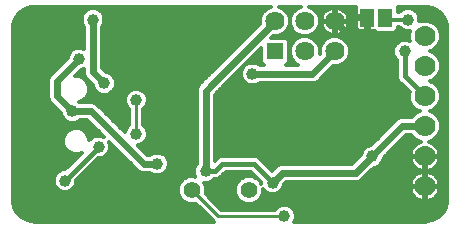
<source format=gbl>
G75*
G70*
%OFA0B0*%
%FSLAX24Y24*%
%IPPOS*%
%LPD*%
%AMOC8*
5,1,8,0,0,1.08239X$1,22.5*
%
%ADD10C,0.0560*%
%ADD11R,0.0460X0.0630*%
%ADD12C,0.0700*%
%ADD13R,0.0560X0.0560*%
%ADD14C,0.0640*%
%ADD15C,0.0397*%
%ADD16C,0.0240*%
%ADD17C,0.0160*%
%ADD18C,0.0100*%
%ADD19C,0.0120*%
D10*
X006903Y001538D03*
X008803Y001538D03*
D11*
X012740Y007288D03*
X013340Y007288D03*
D12*
X014665Y006663D03*
X014665Y005663D03*
X014665Y004663D03*
X014665Y003663D03*
X014665Y002663D03*
X014665Y001663D03*
D13*
X009665Y006163D03*
D14*
X010665Y006163D03*
X011665Y006163D03*
X011665Y007163D03*
X010665Y007163D03*
X009665Y007163D03*
D15*
X005728Y006538D03*
X004853Y007163D03*
X003603Y007226D03*
X003140Y005913D03*
X003978Y005101D03*
X005040Y004538D03*
X002915Y004163D03*
X005040Y003413D03*
X003790Y002976D03*
X005740Y002413D03*
X007353Y002163D03*
X008353Y001976D03*
X009590Y001788D03*
X007853Y001163D03*
X006228Y001288D03*
X002665Y001851D03*
X001290Y003101D03*
X008915Y005413D03*
X013990Y006163D03*
X014103Y007226D03*
X010353Y002913D03*
X012915Y002663D03*
X009978Y000663D03*
D16*
X009590Y001788D02*
X009903Y002101D01*
X012353Y002101D01*
X012915Y002663D01*
X013915Y003663D01*
X014665Y003663D01*
X011665Y006163D02*
X010915Y005413D01*
X008915Y005413D01*
X007353Y004851D02*
X009665Y007163D01*
X011665Y007163D02*
X011978Y006851D01*
X007353Y004851D02*
X007353Y002163D01*
X005740Y002413D02*
X005290Y002413D01*
X003540Y004163D01*
X002915Y004163D01*
X002415Y004663D01*
X002415Y005188D01*
X003140Y005913D01*
X003603Y005476D02*
X003978Y005101D01*
X003603Y005476D02*
X003603Y007226D01*
D17*
X013990Y006163D02*
X013990Y005338D01*
X014665Y004663D01*
X009590Y001788D02*
X008965Y002413D01*
X007915Y002413D01*
X007665Y002163D01*
X007353Y002163D01*
X007915Y002413D02*
X007915Y002413D01*
X003790Y002976D02*
X002665Y001851D01*
D18*
X006903Y001538D02*
X007778Y000663D01*
X009978Y000663D01*
X007353Y001726D02*
X007353Y001726D01*
X005040Y003413D02*
X005040Y004538D01*
X011665Y007163D02*
X011728Y007101D01*
D19*
X001549Y000495D02*
X001329Y000566D01*
X001142Y000703D01*
X001006Y000890D01*
X000934Y001110D01*
X000925Y001226D01*
X000925Y006913D01*
X000934Y007029D01*
X001006Y007249D01*
X001142Y007436D01*
X001329Y007573D01*
X001549Y007644D01*
X001665Y007653D01*
X001709Y007653D01*
X001717Y007653D01*
X009542Y007653D01*
X009382Y007587D01*
X009241Y007446D01*
X009165Y007263D01*
X009165Y007087D01*
X007183Y005105D01*
X007183Y005105D01*
X007098Y005021D01*
X007053Y004910D01*
X007053Y002398D01*
X007032Y002378D01*
X006974Y002239D01*
X006974Y002088D01*
X007015Y001990D01*
X006994Y001998D01*
X006811Y001998D01*
X006642Y001928D01*
X006513Y001799D01*
X006443Y001630D01*
X006443Y001447D01*
X006513Y001278D01*
X006642Y001148D01*
X006811Y001078D01*
X006994Y001078D01*
X007025Y001091D01*
X007588Y000528D01*
X007630Y000486D01*
X001717Y000486D01*
X001707Y000486D01*
X001665Y000486D01*
X001549Y000495D01*
X001436Y000532D02*
X007584Y000532D01*
X007465Y000650D02*
X001214Y000650D01*
X001094Y000769D02*
X007347Y000769D01*
X007228Y000887D02*
X001008Y000887D01*
X000968Y001006D02*
X007110Y001006D01*
X006699Y001124D02*
X000933Y001124D01*
X000925Y001243D02*
X006547Y001243D01*
X006478Y001362D02*
X000925Y001362D01*
X000925Y001480D02*
X002571Y001480D01*
X002590Y001472D02*
X002740Y001472D01*
X002880Y001530D01*
X002986Y001636D01*
X003044Y001775D01*
X003044Y001861D01*
X003779Y002597D01*
X003866Y002597D01*
X004005Y002655D01*
X004111Y002761D01*
X004169Y002900D01*
X004169Y003051D01*
X004126Y003153D01*
X005120Y002159D01*
X005230Y002113D01*
X005350Y002113D01*
X005505Y002113D01*
X005526Y002092D01*
X005665Y002035D01*
X005815Y002035D01*
X005955Y002092D01*
X006061Y002199D01*
X006119Y002338D01*
X006119Y002489D01*
X006061Y002628D01*
X005955Y002734D01*
X005815Y002792D01*
X005665Y002792D01*
X005526Y002734D01*
X005505Y002713D01*
X005414Y002713D01*
X005093Y003035D01*
X005115Y003035D01*
X005255Y003092D01*
X005361Y003199D01*
X005419Y003338D01*
X005419Y003489D01*
X005361Y003628D01*
X005270Y003718D01*
X005270Y004233D01*
X005361Y004324D01*
X005419Y004463D01*
X005419Y004614D01*
X005361Y004753D01*
X005255Y004859D01*
X005115Y004917D01*
X004965Y004917D01*
X004826Y004859D01*
X004719Y004753D01*
X004662Y004614D01*
X004662Y004463D01*
X004719Y004324D01*
X004810Y004233D01*
X004810Y003718D01*
X004719Y003628D01*
X004662Y003489D01*
X004662Y003466D01*
X003794Y004333D01*
X003710Y004418D01*
X003600Y004463D01*
X003150Y004463D01*
X003141Y004473D01*
X003288Y004534D01*
X003411Y004657D01*
X003477Y004817D01*
X003477Y004991D01*
X003411Y005152D01*
X003288Y005275D01*
X003127Y005341D01*
X002993Y005341D01*
X003186Y005535D01*
X003215Y005535D01*
X003303Y005571D01*
X003303Y005535D01*
X003303Y005416D01*
X003348Y005306D01*
X003433Y005221D01*
X003599Y005055D01*
X003599Y005025D01*
X003657Y004886D01*
X003763Y004780D01*
X003902Y004722D01*
X004053Y004722D01*
X004192Y004780D01*
X004299Y004886D01*
X004356Y005025D01*
X004356Y005176D01*
X004299Y005315D01*
X004192Y005421D01*
X004053Y005479D01*
X004024Y005479D01*
X003903Y005600D01*
X003903Y006991D01*
X003924Y007011D01*
X003981Y007150D01*
X003981Y007301D01*
X003924Y007440D01*
X003817Y007547D01*
X003678Y007604D01*
X003527Y007604D01*
X003388Y007547D01*
X003282Y007440D01*
X003224Y007301D01*
X003224Y007150D01*
X003282Y007011D01*
X003303Y006991D01*
X003303Y006255D01*
X003215Y006292D01*
X003065Y006292D01*
X002926Y006234D01*
X002819Y006128D01*
X002762Y005989D01*
X002762Y005959D01*
X002161Y005358D01*
X002115Y005248D01*
X002115Y005129D01*
X002115Y004604D01*
X002161Y004493D01*
X002245Y004409D01*
X002537Y004117D01*
X002537Y004088D01*
X000925Y004088D01*
X000925Y003970D02*
X002586Y003970D01*
X002594Y003949D02*
X002701Y003842D01*
X002840Y003785D01*
X002990Y003785D01*
X003130Y003842D01*
X003150Y003863D01*
X003416Y003863D01*
X003967Y003312D01*
X003866Y003354D01*
X003715Y003354D01*
X003576Y003297D01*
X003477Y003198D01*
X003477Y003259D01*
X003411Y003420D01*
X003288Y003543D01*
X003127Y003609D01*
X002953Y003609D01*
X002793Y003543D01*
X002670Y003420D01*
X002603Y003259D01*
X002603Y003085D01*
X002670Y002924D01*
X002793Y002801D01*
X002953Y002735D01*
X003127Y002735D01*
X003220Y002774D01*
X002676Y002229D01*
X002590Y002229D01*
X002451Y002171D01*
X002344Y002065D01*
X002287Y001926D01*
X002287Y001775D01*
X002344Y001636D01*
X002451Y001530D01*
X002590Y001472D01*
X002759Y001480D02*
X006443Y001480D01*
X006443Y001599D02*
X002948Y001599D01*
X003019Y001717D02*
X006479Y001717D01*
X006550Y001836D02*
X003044Y001836D01*
X003136Y001954D02*
X006705Y001954D01*
X006981Y002073D02*
X005907Y002073D01*
X006054Y002191D02*
X006974Y002191D01*
X007004Y002310D02*
X006107Y002310D01*
X006119Y002428D02*
X007053Y002428D01*
X007053Y002547D02*
X006094Y002547D01*
X006023Y002666D02*
X007053Y002666D01*
X007053Y002784D02*
X005834Y002784D01*
X005647Y002784D02*
X005344Y002784D01*
X005225Y002903D02*
X007053Y002903D01*
X007053Y003021D02*
X005106Y003021D01*
X005302Y003140D02*
X007053Y003140D01*
X007053Y003258D02*
X005386Y003258D01*
X005419Y003377D02*
X007053Y003377D01*
X007053Y003495D02*
X005416Y003495D01*
X005367Y003614D02*
X007053Y003614D01*
X007053Y003732D02*
X005270Y003732D01*
X005270Y003851D02*
X007053Y003851D01*
X007053Y003970D02*
X005270Y003970D01*
X005270Y004088D02*
X007053Y004088D01*
X007053Y004207D02*
X005270Y004207D01*
X005361Y004325D02*
X007053Y004325D01*
X007053Y004444D02*
X005411Y004444D01*
X005419Y004562D02*
X007053Y004562D01*
X007053Y004681D02*
X005391Y004681D01*
X005314Y004799D02*
X007053Y004799D01*
X007056Y004918D02*
X004312Y004918D01*
X004356Y005036D02*
X007114Y005036D01*
X007233Y005155D02*
X004356Y005155D01*
X004316Y005274D02*
X007351Y005274D01*
X007470Y005392D02*
X004221Y005392D01*
X003992Y005511D02*
X007588Y005511D01*
X007707Y005629D02*
X003903Y005629D01*
X003903Y005748D02*
X007825Y005748D01*
X007944Y005866D02*
X003903Y005866D01*
X003903Y005985D02*
X008063Y005985D01*
X008181Y006103D02*
X003903Y006103D01*
X003903Y006222D02*
X008300Y006222D01*
X008418Y006340D02*
X003903Y006340D01*
X003903Y006459D02*
X008537Y006459D01*
X008655Y006577D02*
X003903Y006577D01*
X003903Y006696D02*
X008774Y006696D01*
X008892Y006815D02*
X003903Y006815D01*
X003903Y006933D02*
X009011Y006933D01*
X009129Y007052D02*
X003940Y007052D01*
X003981Y007170D02*
X009165Y007170D01*
X009176Y007289D02*
X003981Y007289D01*
X003937Y007407D02*
X009225Y007407D01*
X009321Y007526D02*
X003838Y007526D01*
X003368Y007526D02*
X001265Y007526D01*
X001121Y007407D02*
X003268Y007407D01*
X003224Y007289D02*
X001035Y007289D01*
X000980Y007170D02*
X003224Y007170D01*
X003265Y007052D02*
X000942Y007052D01*
X000927Y006933D02*
X003303Y006933D01*
X003303Y006815D02*
X000925Y006815D01*
X000925Y006696D02*
X003303Y006696D01*
X003303Y006577D02*
X000925Y006577D01*
X000925Y006459D02*
X003303Y006459D01*
X003303Y006340D02*
X000925Y006340D01*
X000925Y006222D02*
X002914Y006222D01*
X002809Y006103D02*
X000925Y006103D01*
X000925Y005985D02*
X002762Y005985D01*
X002669Y005866D02*
X000925Y005866D01*
X000925Y005748D02*
X002550Y005748D01*
X002432Y005629D02*
X000925Y005629D01*
X000925Y005511D02*
X002313Y005511D01*
X002195Y005392D02*
X000925Y005392D01*
X000925Y005274D02*
X002126Y005274D01*
X002115Y005155D02*
X000925Y005155D01*
X000925Y005036D02*
X002115Y005036D01*
X002115Y004918D02*
X000925Y004918D01*
X000925Y004799D02*
X002115Y004799D01*
X002115Y004681D02*
X000925Y004681D01*
X000925Y004562D02*
X002132Y004562D01*
X002210Y004444D02*
X000925Y004444D01*
X000925Y004325D02*
X002329Y004325D01*
X002448Y004207D02*
X000925Y004207D01*
X000925Y003851D02*
X002692Y003851D01*
X002594Y003949D02*
X002537Y004088D01*
X003138Y003851D02*
X003428Y003851D01*
X003547Y003732D02*
X000925Y003732D01*
X000925Y003614D02*
X003665Y003614D01*
X003784Y003495D02*
X003335Y003495D01*
X003429Y003377D02*
X003902Y003377D01*
X003538Y003258D02*
X003477Y003258D01*
X004132Y003140D02*
X004139Y003140D01*
X004169Y003021D02*
X004258Y003021D01*
X004169Y002903D02*
X004376Y002903D01*
X004495Y002784D02*
X004120Y002784D01*
X004015Y002666D02*
X004614Y002666D01*
X004732Y002547D02*
X003729Y002547D01*
X003611Y002428D02*
X004851Y002428D01*
X004969Y002310D02*
X003492Y002310D01*
X003374Y002191D02*
X005088Y002191D01*
X005573Y002073D02*
X003255Y002073D01*
X002757Y002310D02*
X000925Y002310D01*
X000925Y002428D02*
X002875Y002428D01*
X002994Y002547D02*
X000925Y002547D01*
X000925Y002666D02*
X003112Y002666D01*
X002834Y002784D02*
X000925Y002784D01*
X000925Y002903D02*
X002691Y002903D01*
X002629Y003021D02*
X000925Y003021D01*
X000925Y003140D02*
X002603Y003140D01*
X002603Y003258D02*
X000925Y003258D01*
X000925Y003377D02*
X002652Y003377D01*
X002745Y003495D02*
X000925Y003495D01*
X003647Y004444D02*
X004670Y004444D01*
X004662Y004562D02*
X003316Y004562D01*
X003421Y004681D02*
X004690Y004681D01*
X004766Y004799D02*
X004211Y004799D01*
X003744Y004799D02*
X003470Y004799D01*
X003477Y004918D02*
X003644Y004918D01*
X003599Y005036D02*
X003459Y005036D01*
X003499Y005155D02*
X003408Y005155D01*
X003433Y005221D02*
X003433Y005221D01*
X003381Y005274D02*
X003289Y005274D01*
X003313Y005392D02*
X003043Y005392D01*
X003162Y005511D02*
X003303Y005511D01*
X003303Y005416D02*
X003303Y005416D01*
X003802Y004325D02*
X004719Y004325D01*
X004810Y004207D02*
X003921Y004207D01*
X004040Y004088D02*
X004810Y004088D01*
X004810Y003970D02*
X004158Y003970D01*
X004277Y003851D02*
X004810Y003851D01*
X004810Y003732D02*
X004395Y003732D01*
X004514Y003614D02*
X004714Y003614D01*
X004665Y003495D02*
X004632Y003495D01*
X007653Y003495D02*
X013323Y003495D01*
X013205Y003377D02*
X007653Y003377D01*
X007653Y003258D02*
X013086Y003258D01*
X012967Y003140D02*
X007653Y003140D01*
X007653Y003021D02*
X012791Y003021D01*
X012840Y003042D02*
X012701Y002984D01*
X012594Y002878D01*
X012537Y002739D01*
X012537Y002709D01*
X012228Y002401D01*
X009962Y002401D01*
X009843Y002401D01*
X009799Y002382D01*
X009733Y002355D01*
X009562Y002184D01*
X009112Y002634D01*
X009017Y002673D01*
X008913Y002673D01*
X007967Y002673D01*
X007863Y002673D01*
X007768Y002634D01*
X007695Y002560D01*
X007653Y002518D01*
X007653Y004726D01*
X009205Y006279D01*
X009205Y005809D01*
X009301Y005713D01*
X009150Y005713D01*
X009130Y005734D01*
X008990Y005792D01*
X008840Y005792D01*
X008701Y005734D01*
X008594Y005628D01*
X008537Y005489D01*
X008537Y005338D01*
X008594Y005199D01*
X008701Y005092D01*
X008840Y005035D01*
X008990Y005035D01*
X009130Y005092D01*
X009150Y005113D01*
X010855Y005113D01*
X010975Y005113D01*
X011085Y005159D01*
X011589Y005663D01*
X011765Y005663D01*
X011948Y005739D01*
X012089Y005880D01*
X012165Y006064D01*
X012165Y006263D01*
X012089Y006446D01*
X011948Y006587D01*
X011765Y006663D01*
X011566Y006663D01*
X011382Y006587D01*
X011241Y006446D01*
X011165Y006263D01*
X011089Y006446D01*
X010948Y006587D01*
X010765Y006663D01*
X010948Y006739D01*
X011089Y006880D01*
X011165Y007064D01*
X011165Y007263D01*
X011089Y007446D01*
X010948Y007587D01*
X010789Y007653D01*
X012379Y007653D01*
X012370Y007622D01*
X012370Y007343D01*
X012685Y007343D01*
X012685Y007233D01*
X012795Y007233D01*
X012795Y006833D01*
X012989Y006833D01*
X012994Y006835D01*
X013036Y006793D01*
X013645Y006793D01*
X013750Y006899D01*
X013750Y006986D01*
X013807Y006986D01*
X013888Y006905D01*
X014027Y006847D01*
X014168Y006847D01*
X014135Y006769D01*
X014135Y006558D01*
X014158Y006503D01*
X014065Y006542D01*
X013915Y006542D01*
X013776Y006484D01*
X013669Y006378D01*
X013612Y006239D01*
X013612Y006088D01*
X013669Y005949D01*
X013730Y005888D01*
X013730Y005390D01*
X013730Y005286D01*
X013770Y005191D01*
X014152Y004809D01*
X014135Y004769D01*
X014135Y004558D01*
X014216Y004363D01*
X014365Y004214D01*
X014487Y004163D01*
X014365Y004113D01*
X014216Y003963D01*
X013975Y003963D01*
X013855Y003963D01*
X013745Y003918D01*
X012869Y003042D01*
X012840Y003042D01*
X012619Y002903D02*
X007653Y002903D01*
X007653Y002784D02*
X012556Y002784D01*
X012493Y002666D02*
X009035Y002666D01*
X009199Y002547D02*
X012375Y002547D01*
X012256Y002428D02*
X009318Y002428D01*
X009436Y002310D02*
X009688Y002310D01*
X009569Y002191D02*
X009555Y002191D01*
X009843Y002401D02*
X009843Y002401D01*
X009212Y001799D02*
X008857Y002153D01*
X008023Y002153D01*
X007886Y002016D01*
X007812Y001943D01*
X007717Y001903D01*
X007628Y001903D01*
X007567Y001842D01*
X007428Y001785D01*
X007298Y001785D01*
X007363Y001630D01*
X007363Y001447D01*
X007350Y001416D01*
X007873Y000893D01*
X009673Y000893D01*
X009763Y000984D01*
X009902Y001042D01*
X010053Y001042D01*
X010192Y000984D01*
X010299Y000878D01*
X010356Y000739D01*
X010356Y000588D01*
X010314Y000486D01*
X014665Y000486D01*
X014781Y000495D01*
X015001Y000566D01*
X015188Y000702D01*
X015325Y000890D01*
X015396Y001110D01*
X015405Y001226D01*
X015405Y006861D01*
X015405Y006874D01*
X015405Y006913D01*
X015396Y007029D01*
X015325Y007249D01*
X015188Y007436D01*
X015001Y007573D01*
X014781Y007644D01*
X014665Y007653D01*
X013750Y007653D01*
X013750Y007466D01*
X013807Y007466D01*
X013888Y007547D01*
X014027Y007604D01*
X014178Y007604D01*
X014317Y007547D01*
X014423Y007440D01*
X014481Y007301D01*
X014481Y007161D01*
X014560Y007193D01*
X014771Y007193D01*
X014965Y007113D01*
X015114Y006963D01*
X015195Y006769D01*
X015195Y006558D01*
X015114Y006363D01*
X014965Y006214D01*
X014843Y006163D01*
X014965Y006113D01*
X015114Y005963D01*
X015195Y005769D01*
X015195Y005558D01*
X015114Y005363D01*
X014965Y005214D01*
X014843Y005163D01*
X014965Y005113D01*
X015114Y004963D01*
X015195Y004769D01*
X015195Y004558D01*
X015114Y004363D01*
X014965Y004214D01*
X014843Y004163D01*
X014965Y004113D01*
X015114Y003963D01*
X015195Y003769D01*
X015195Y003558D01*
X015114Y003363D01*
X014965Y003214D01*
X014785Y003139D01*
X014853Y003117D01*
X014922Y003082D01*
X014984Y003037D01*
X015039Y002982D01*
X015084Y002920D01*
X015119Y002851D01*
X015143Y002778D01*
X015155Y002702D01*
X015155Y002692D01*
X014694Y002692D01*
X014694Y002635D01*
X015155Y002635D01*
X015155Y002625D01*
X015143Y002548D01*
X015119Y002475D01*
X015084Y002406D01*
X015039Y002344D01*
X014984Y002289D01*
X014922Y002244D01*
X014853Y002209D01*
X014780Y002185D01*
X014704Y002173D01*
X014694Y002173D01*
X014694Y002634D01*
X014637Y002634D01*
X014637Y002173D01*
X014627Y002173D01*
X014550Y002185D01*
X014477Y002209D01*
X014408Y002244D01*
X014346Y002289D01*
X014291Y002344D01*
X014246Y002406D01*
X014211Y002475D01*
X014187Y002548D01*
X014175Y002625D01*
X014175Y002635D01*
X014636Y002635D01*
X014636Y002692D01*
X014175Y002692D01*
X014175Y002702D01*
X014187Y002778D01*
X014211Y002851D01*
X014246Y002920D01*
X014291Y002982D01*
X014346Y003037D01*
X014408Y003082D01*
X014477Y003117D01*
X014545Y003139D01*
X014365Y003214D01*
X014216Y003363D01*
X014216Y003363D01*
X014039Y003363D01*
X013294Y002617D01*
X013294Y002588D01*
X013236Y002449D01*
X013130Y002342D01*
X012990Y002285D01*
X012961Y002285D01*
X012607Y001931D01*
X012523Y001846D01*
X012412Y001801D01*
X010027Y001801D01*
X009969Y001742D01*
X009969Y001713D01*
X009911Y001574D01*
X009804Y001467D01*
X009665Y001410D01*
X009515Y001410D01*
X009376Y001467D01*
X009269Y001574D01*
X009263Y001590D01*
X009263Y001447D01*
X009193Y001278D01*
X009063Y001148D01*
X008894Y001078D01*
X008711Y001078D01*
X008542Y001148D01*
X008413Y001278D01*
X008343Y001447D01*
X008343Y001630D01*
X008413Y001799D01*
X008542Y001928D01*
X008711Y001998D01*
X008894Y001998D01*
X009063Y001928D01*
X009193Y001799D01*
X009212Y001753D01*
X009212Y001799D01*
X009175Y001836D02*
X009156Y001836D01*
X009056Y001954D02*
X009000Y001954D01*
X008938Y002073D02*
X007943Y002073D01*
X007824Y001954D02*
X008605Y001954D01*
X008450Y001836D02*
X007551Y001836D01*
X007326Y001717D02*
X008379Y001717D01*
X008343Y001599D02*
X007363Y001599D01*
X007363Y001480D02*
X008343Y001480D01*
X008378Y001362D02*
X007405Y001362D01*
X007523Y001243D02*
X008447Y001243D01*
X008599Y001124D02*
X007642Y001124D01*
X007760Y001006D02*
X009816Y001006D01*
X010139Y001006D02*
X015362Y001006D01*
X015397Y001124D02*
X009006Y001124D01*
X009158Y001243D02*
X014410Y001243D01*
X014408Y001244D02*
X014477Y001209D01*
X014550Y001185D01*
X014627Y001173D01*
X014637Y001173D01*
X014637Y001634D01*
X014694Y001634D01*
X014694Y001173D01*
X014704Y001173D01*
X014780Y001185D01*
X014853Y001209D01*
X014922Y001244D01*
X014984Y001289D01*
X015039Y001344D01*
X015084Y001406D01*
X015119Y001475D01*
X015143Y001548D01*
X015155Y001625D01*
X015155Y001635D01*
X014694Y001635D01*
X014694Y001692D01*
X015155Y001692D01*
X015155Y001702D01*
X015143Y001778D01*
X015119Y001851D01*
X015084Y001920D01*
X015039Y001982D01*
X014984Y002037D01*
X014922Y002082D01*
X014853Y002117D01*
X014780Y002141D01*
X014704Y002153D01*
X014694Y002153D01*
X014694Y001692D01*
X014637Y001692D01*
X014637Y002153D01*
X014627Y002153D01*
X014550Y002141D01*
X014477Y002117D01*
X014408Y002082D01*
X014346Y002037D01*
X014291Y001982D01*
X014246Y001920D01*
X014211Y001851D01*
X014187Y001778D01*
X014175Y001702D01*
X014175Y001692D01*
X014636Y001692D01*
X014636Y001635D01*
X014175Y001635D01*
X014175Y001625D01*
X014187Y001548D01*
X014211Y001475D01*
X014246Y001406D01*
X014291Y001344D01*
X014346Y001289D01*
X014408Y001244D01*
X014279Y001362D02*
X009227Y001362D01*
X009263Y001480D02*
X009363Y001480D01*
X009817Y001480D02*
X014209Y001480D01*
X014179Y001599D02*
X009921Y001599D01*
X009969Y001717D02*
X014178Y001717D01*
X014206Y001836D02*
X012497Y001836D01*
X012631Y001954D02*
X014271Y001954D01*
X014395Y002073D02*
X012749Y002073D01*
X012868Y002191D02*
X014532Y002191D01*
X014637Y002191D02*
X014694Y002191D01*
X014799Y002191D02*
X015405Y002191D01*
X015405Y002073D02*
X014935Y002073D01*
X015059Y001954D02*
X015405Y001954D01*
X015405Y001836D02*
X015124Y001836D01*
X015153Y001717D02*
X015405Y001717D01*
X015405Y001599D02*
X015151Y001599D01*
X015121Y001480D02*
X015405Y001480D01*
X015405Y001362D02*
X015052Y001362D01*
X014920Y001243D02*
X015405Y001243D01*
X014694Y001243D02*
X014637Y001243D01*
X014637Y001362D02*
X014694Y001362D01*
X014694Y001480D02*
X014637Y001480D01*
X014637Y001599D02*
X014694Y001599D01*
X014694Y001717D02*
X014637Y001717D01*
X014637Y001836D02*
X014694Y001836D01*
X014694Y001954D02*
X014637Y001954D01*
X014637Y002073D02*
X014694Y002073D01*
X014694Y002310D02*
X014637Y002310D01*
X014637Y002428D02*
X014694Y002428D01*
X014694Y002547D02*
X014637Y002547D01*
X014636Y002666D02*
X013342Y002666D01*
X013277Y002547D02*
X014188Y002547D01*
X014235Y002428D02*
X013216Y002428D01*
X013051Y002310D02*
X014326Y002310D01*
X014694Y002666D02*
X015405Y002666D01*
X015405Y002784D02*
X015141Y002784D01*
X015093Y002903D02*
X015405Y002903D01*
X015405Y003021D02*
X015000Y003021D01*
X014786Y003140D02*
X015405Y003140D01*
X015405Y003258D02*
X015010Y003258D01*
X015120Y003377D02*
X015405Y003377D01*
X015405Y003495D02*
X015169Y003495D01*
X015195Y003614D02*
X015405Y003614D01*
X015405Y003732D02*
X015195Y003732D01*
X015161Y003851D02*
X015405Y003851D01*
X015405Y003970D02*
X015108Y003970D01*
X014990Y004088D02*
X015405Y004088D01*
X015405Y004207D02*
X014948Y004207D01*
X015077Y004325D02*
X015405Y004325D01*
X015405Y004444D02*
X015148Y004444D01*
X015195Y004562D02*
X015405Y004562D01*
X015405Y004681D02*
X015195Y004681D01*
X015182Y004799D02*
X015405Y004799D01*
X015405Y004918D02*
X015133Y004918D01*
X015041Y005036D02*
X015405Y005036D01*
X015405Y005155D02*
X014863Y005155D01*
X015025Y005274D02*
X015405Y005274D01*
X015405Y005392D02*
X015126Y005392D01*
X015176Y005511D02*
X015405Y005511D01*
X015405Y005629D02*
X015195Y005629D01*
X015195Y005748D02*
X015405Y005748D01*
X015405Y005866D02*
X015155Y005866D01*
X015093Y005985D02*
X015405Y005985D01*
X015405Y006103D02*
X014975Y006103D01*
X014973Y006222D02*
X015405Y006222D01*
X015405Y006340D02*
X015092Y006340D01*
X015154Y006459D02*
X015405Y006459D01*
X015405Y006577D02*
X015195Y006577D01*
X015195Y006696D02*
X015405Y006696D01*
X015405Y006815D02*
X015176Y006815D01*
X015127Y006933D02*
X015404Y006933D01*
X015389Y007052D02*
X015026Y007052D01*
X014826Y007170D02*
X015350Y007170D01*
X015296Y007289D02*
X014481Y007289D01*
X014481Y007170D02*
X014504Y007170D01*
X014103Y007226D02*
X013415Y007226D01*
X013340Y007288D01*
X012795Y007170D02*
X012685Y007170D01*
X012685Y007233D02*
X012685Y006833D01*
X012492Y006833D01*
X012456Y006843D01*
X012424Y006861D01*
X012398Y006887D01*
X012380Y006919D01*
X012370Y006955D01*
X012370Y007233D01*
X012685Y007233D01*
X012685Y007289D02*
X012108Y007289D01*
X012114Y007271D02*
X012091Y007340D01*
X012059Y007404D01*
X012016Y007463D01*
X011965Y007514D01*
X011906Y007557D01*
X011842Y007589D01*
X011773Y007612D01*
X011701Y007623D01*
X011684Y007623D01*
X011684Y007182D01*
X012125Y007182D01*
X012125Y007199D01*
X012114Y007271D01*
X012125Y007144D02*
X011684Y007144D01*
X011684Y006703D01*
X011701Y006703D01*
X011773Y006715D01*
X011842Y006737D01*
X011906Y006770D01*
X011965Y006812D01*
X012016Y006864D01*
X012059Y006922D01*
X012091Y006987D01*
X012114Y007055D01*
X012125Y007127D01*
X012125Y007144D01*
X012113Y007052D02*
X012370Y007052D01*
X012370Y007170D02*
X011684Y007170D01*
X011684Y007182D02*
X011684Y007144D01*
X011646Y007144D01*
X011646Y006703D01*
X011629Y006703D01*
X011557Y006715D01*
X011489Y006737D01*
X011424Y006770D01*
X011366Y006812D01*
X011314Y006864D01*
X011272Y006922D01*
X011239Y006987D01*
X011217Y007055D01*
X011205Y007127D01*
X011205Y007144D01*
X011646Y007144D01*
X011646Y007182D01*
X011205Y007182D01*
X011205Y007199D01*
X011217Y007271D01*
X011239Y007340D01*
X011272Y007404D01*
X011314Y007463D01*
X011366Y007514D01*
X011424Y007557D01*
X011489Y007589D01*
X011557Y007612D01*
X011629Y007623D01*
X011646Y007623D01*
X011646Y007182D01*
X011684Y007182D01*
X011646Y007170D02*
X011165Y007170D01*
X011160Y007052D02*
X011218Y007052D01*
X011266Y006933D02*
X011111Y006933D01*
X011024Y006815D02*
X011363Y006815D01*
X011372Y006577D02*
X010958Y006577D01*
X010844Y006696D02*
X014135Y006696D01*
X014135Y006577D02*
X011958Y006577D01*
X012077Y006459D02*
X013751Y006459D01*
X013654Y006340D02*
X012133Y006340D01*
X012165Y006222D02*
X013612Y006222D01*
X013612Y006103D02*
X012165Y006103D01*
X012132Y005985D02*
X013654Y005985D01*
X013730Y005866D02*
X012075Y005866D01*
X011957Y005748D02*
X013730Y005748D01*
X013730Y005629D02*
X011555Y005629D01*
X011437Y005511D02*
X013730Y005511D01*
X013730Y005392D02*
X011318Y005392D01*
X011200Y005274D02*
X013736Y005274D01*
X013806Y005155D02*
X011076Y005155D01*
X010445Y005713D02*
X010030Y005713D01*
X010125Y005809D01*
X010125Y006518D01*
X010020Y006623D01*
X009549Y006623D01*
X009589Y006663D01*
X009765Y006663D01*
X009948Y006739D01*
X010089Y006880D01*
X010165Y007064D01*
X010241Y006880D01*
X010382Y006739D01*
X010566Y006663D01*
X010382Y006587D01*
X010241Y006446D01*
X010165Y006263D01*
X010165Y006064D01*
X010241Y005880D01*
X010382Y005739D01*
X010445Y005713D01*
X010374Y005748D02*
X010064Y005748D01*
X010125Y005866D02*
X010255Y005866D01*
X010198Y005985D02*
X010125Y005985D01*
X010125Y006103D02*
X010165Y006103D01*
X010165Y006222D02*
X010125Y006222D01*
X010125Y006340D02*
X010197Y006340D01*
X010254Y006459D02*
X010125Y006459D01*
X010065Y006577D02*
X010372Y006577D01*
X010486Y006696D02*
X009844Y006696D01*
X010024Y006815D02*
X010307Y006815D01*
X010219Y006933D02*
X010111Y006933D01*
X010160Y007052D02*
X010170Y007052D01*
X010165Y007064D02*
X010165Y007263D01*
X010089Y007446D01*
X009948Y007587D01*
X009789Y007653D01*
X010542Y007653D01*
X010382Y007587D01*
X010241Y007446D01*
X010165Y007263D01*
X010165Y007064D01*
X010165Y007170D02*
X010165Y007170D01*
X010154Y007289D02*
X010176Y007289D01*
X010225Y007407D02*
X010105Y007407D01*
X010010Y007526D02*
X010321Y007526D01*
X010520Y007644D02*
X009810Y007644D01*
X009520Y007644D02*
X001552Y007644D01*
X008318Y005392D02*
X008537Y005392D01*
X008546Y005511D02*
X008437Y005511D01*
X008555Y005629D02*
X008596Y005629D01*
X008674Y005748D02*
X008734Y005748D01*
X008792Y005866D02*
X009205Y005866D01*
X009205Y005985D02*
X008911Y005985D01*
X009029Y006103D02*
X009205Y006103D01*
X009205Y006222D02*
X009148Y006222D01*
X009097Y005748D02*
X009266Y005748D01*
X008563Y005274D02*
X008200Y005274D01*
X008081Y005155D02*
X008638Y005155D01*
X008836Y005036D02*
X007963Y005036D01*
X007844Y004918D02*
X014043Y004918D01*
X014148Y004799D02*
X007726Y004799D01*
X007653Y004681D02*
X014135Y004681D01*
X014135Y004562D02*
X007653Y004562D01*
X007653Y004444D02*
X014182Y004444D01*
X014254Y004325D02*
X007653Y004325D01*
X007653Y004207D02*
X014383Y004207D01*
X014341Y004088D02*
X007653Y004088D01*
X007653Y003970D02*
X014222Y003970D01*
X014216Y003963D02*
X014216Y003963D01*
X013679Y003851D02*
X007653Y003851D01*
X007653Y003732D02*
X013560Y003732D01*
X013442Y003614D02*
X007653Y003614D01*
X007653Y002666D02*
X007845Y002666D01*
X007695Y002560D02*
X007695Y002560D01*
X007681Y002547D02*
X007653Y002547D01*
X010289Y000887D02*
X015323Y000887D01*
X015237Y000769D02*
X010344Y000769D01*
X010356Y000650D02*
X015117Y000650D01*
X014895Y000532D02*
X010333Y000532D01*
X015005Y002310D02*
X015405Y002310D01*
X015405Y002428D02*
X015095Y002428D01*
X015143Y002547D02*
X015405Y002547D01*
X014330Y003021D02*
X013697Y003021D01*
X013579Y002903D02*
X014237Y002903D01*
X014189Y002784D02*
X013460Y002784D01*
X013816Y003140D02*
X014544Y003140D01*
X014321Y003258D02*
X013934Y003258D01*
X013924Y005036D02*
X008994Y005036D01*
X011165Y006087D02*
X011165Y006263D01*
X011165Y006087D01*
X011165Y006087D01*
X011165Y006103D02*
X011165Y006103D01*
X011165Y006222D02*
X011165Y006222D01*
X011133Y006340D02*
X011197Y006340D01*
X011254Y006459D02*
X011077Y006459D01*
X010765Y006663D02*
X010566Y006663D01*
X010765Y006663D01*
X011646Y006815D02*
X011684Y006815D01*
X011684Y006933D02*
X011646Y006933D01*
X011646Y007052D02*
X011684Y007052D01*
X012064Y006933D02*
X012376Y006933D01*
X012685Y006933D02*
X012795Y006933D01*
X012795Y007052D02*
X012685Y007052D01*
X013014Y006815D02*
X011967Y006815D01*
X011684Y007289D02*
X011646Y007289D01*
X011646Y007407D02*
X011684Y007407D01*
X011684Y007526D02*
X011646Y007526D01*
X011382Y007526D02*
X011010Y007526D01*
X011105Y007407D02*
X011274Y007407D01*
X011222Y007289D02*
X011154Y007289D01*
X011949Y007526D02*
X012370Y007526D01*
X012376Y007644D02*
X010810Y007644D01*
X012056Y007407D02*
X012370Y007407D01*
X013750Y007526D02*
X013868Y007526D01*
X013750Y007644D02*
X014778Y007644D01*
X015065Y007526D02*
X014338Y007526D01*
X014437Y007407D02*
X015210Y007407D01*
X013860Y006933D02*
X013750Y006933D01*
X013666Y006815D02*
X014154Y006815D01*
X002499Y002191D02*
X000925Y002191D01*
X000925Y002073D02*
X002352Y002073D01*
X002299Y001954D02*
X000925Y001954D01*
X000925Y001836D02*
X002287Y001836D01*
X002311Y001717D02*
X000925Y001717D01*
X000925Y001599D02*
X002382Y001599D01*
M02*

</source>
